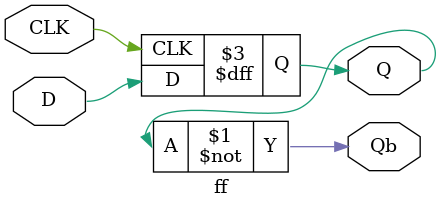
<source format=v>
module ff(CLK, D, Q, Qb);
input   CLK, D;     //input is wire type
output  Q, Qb;

reg Q;          //output is reg or wire type. 
assign Qb = ~Q;

//CLK is rising edge, level triggerd : latch (simulation error, design error)
always @ ( posedge CLK  /*or D  unwanted latch*/ )  
        Q <= D;     // Sampling D at CLK edge
    //  else
    //  Q <= Q;     //  preserve

endmodule
</source>
